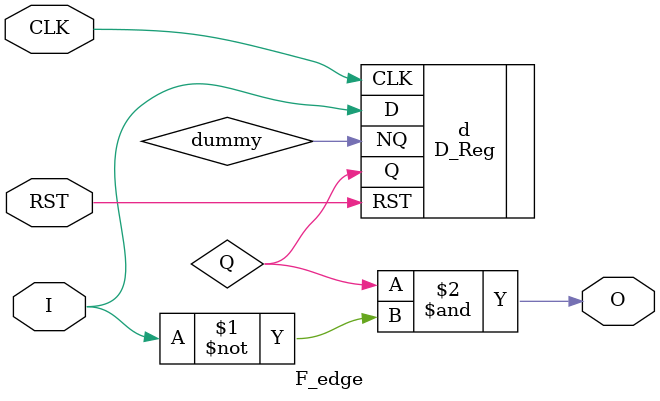
<source format=v>
`include "D_Reg.v"

module F_edge (
  input wire I, RST, CLK,
  output wire O
);
  wire Q, dummy;
  D_Reg d(
    .D (I),
    .RST (RST),
    .CLK (CLK),
    .Q (Q),
    .NQ (dummy)
  );
  assign O = Q & ~I;
  
endmodule
</source>
